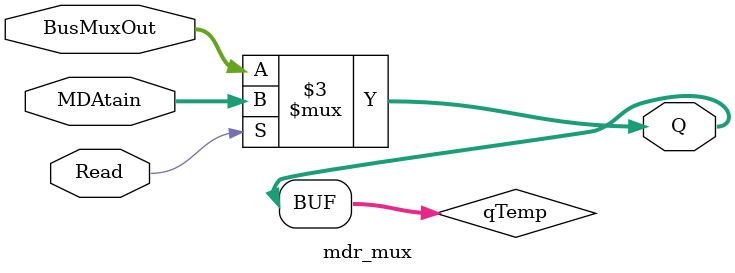
<source format=v>
`timescale 1ns/10ps

module mdr_mux (
	input wire [31:0] BusMuxOut,
	input wire Read,
	input wire [31:0] MDAtain,
	output wire [31:0] Q
	);
	
	reg [31:0] qTemp;
	always @ (*)
		begin
			if (Read) begin
				qTemp <= MDAtain;
			end
			else begin
				qTemp <= BusMuxOut;
			end
		end
	assign Q = qTemp;
endmodule 

</source>
